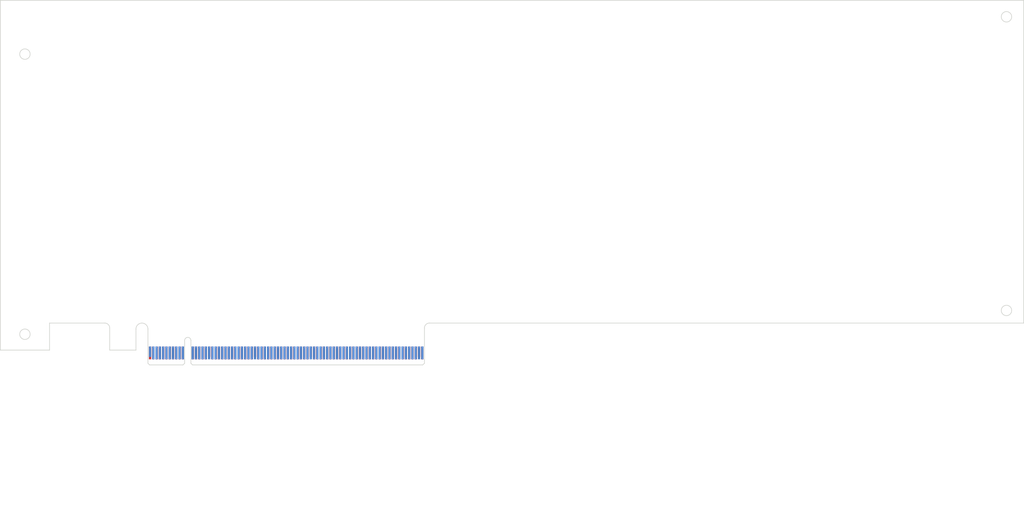
<source format=kicad_pcb>
(kicad_pcb (version 20211014) (generator pcbnew)
  (layers (0 "F.Cu" signal) (31 "B.Cu" signal) (34 "B.Paste" user) (35 "F.Paste" user) (36 "B.SilkS" user "B.Silkscreen") (37 "F.SilkS" user "F.Silkscreen") (38 "B.Mask" user) (39 "F.Mask" user) (44 "Edge.Cuts" user))
  (net 0 "")
  (net 1 "/~{PRSNT}")
  (net 2 "/+12V")
  (net 3 "GND")
  (net 4 "/JTAG_TCK")
  (net 5 "/JTAG_TDI")
  (net 6 "/JTAG_TDO")
  (net 7 "/JTAG_TMS")
  (net 8 "/+3V3")
  (net 9 "/~{PERST}")
  (net 10 "/RefClk_P")
  (net 11 "/RefClk_N")
  (net 12 "/PER0_P")
  (net 13 "/PER0_N")
  (net 14 "/SMCLK")
  (net 15 "/SMDAT")
  (net 16 "/+3V3_aux")
  (net 17 "/~{Wake}")
  (net 18 "/~{CLKREQ}")
  (net 19 "/PET0_P")
  (net 20 "/PET0_N")
  (net 22 "/PER1_P")
  (net 23 "/PER1_N")
  (net 24 "/PER2_P")
  (net 25 "/PER2_N")
  (net 26 "/PER3_P")
  (net 27 "/PER3_N")
  (net 29 "/~{JTAG_TRST}")
  (net 31 "/PET1_P")
  (net 32 "/PET1_N")
  (net 33 "/PET2_P")
  (net 34 "/PET2_N")
  (net 35 "/PET3_P")
  (net 36 "/PET3_N")
  (net 39 "/PER4_P")
  (net 40 "/PER4_N")
  (net 41 "/PER5_P")
  (net 42 "/PER5_N")
  (net 43 "/PER6_P")
  (net 44 "/PER6_N")
  (net 45 "/PER7_P")
  (net 46 "/PER7_N")
  (net 48 "/PET4_P")
  (net 49 "/PET4_N")
  (net 50 "/PET5_P")
  (net 51 "/PET5_N")
  (net 52 "/PET6_P")
  (net 53 "/PET6_N")
  (net 54 "/PET7_P")
  (net 55 "/PET7_N")
  (net 57 "/PER8_P")
  (net 58 "/PER8_N")
  (net 59 "/PER9_P")
  (net 60 "/PER9_N")
  (net 61 "/PER10_P")
  (net 62 "/PER10_N")
  (net 63 "/PER11_P")
  (net 64 "/PER11_N")
  (net 65 "/PER12_P")
  (net 66 "/PER12_N")
  (net 67 "/PER13_P")
  (net 68 "/PER13_N")
  (net 69 "/PER14_P")
  (net 70 "/PER14_N")
  (net 71 "/PER15_P")
  (net 72 "/PER15_N")
  (net 74 "/PET8_P")
  (net 75 "/PET8_N")
  (net 76 "/PET9_P")
  (net 77 "/PET9_N")
  (net 78 "/PET10_P")
  (net 79 "/PET10_N")
  (net 80 "/PET11_P")
  (net 81 "/PET11_N")
  (net 82 "/PET12_P")
  (net 83 "/PET12_N")
  (net 84 "/PET13_P")
  (net 85 "/PET13_N")
  (net 86 "/PET14_P")
  (net 87 "/PET14_N")
  (net 88 "/PET15_P")
  (net 89 "/PET15_N")
  (footprint "Connector_PCIe:PCIe_x16_GoldFinger" (layer "B.Cu") (at 109.65 198.91 180)
    (fp_text reference "P1" hide)
    (fp_text value "PCIe_x16_Goldfinger")
    (pad "A1" smd rect (at 11.5 2.355 180) (size 0.7 3.2) (layers "B.Cu" "B.Mask") (net 1 "/~{PRSNT}"))
    (pad "A2" smd rect (at 10.5 2 180) (size 0.7 3.91) (layers "B.Cu" "B.Mask") (net 2 "/+12V"))
    (pad "A3" smd rect (at 9.5 2 180) (size 0.7 3.91) (layers "B.Cu" "B.Mask") (net 2 "/+12V"))
    (pad "A4" smd rect (at 8.5 2 180) (size 0.7 3.91) (layers "B.Cu" "B.Mask") (net 3 "GND"))
    (pad "A5" smd rect (at 7.5 2 180) (size 0.7 3.91) (layers "B.Cu" "B.Mask") (net 4 "/JTAG_TCK"))
    (pad "A6" smd rect (at 6.5 2 180) (size 0.7 3.91) (layers "B.Cu" "B.Mask") (net 5 "/JTAG_TDI"))
    (pad "A7" smd rect (at 5.5 2 180) (size 0.7 3.91) (layers "B.Cu" "B.Mask") (net 6 "/JTAG_TDO"))
    (pad "A8" smd rect (at 4.5 2 180) (size 0.7 3.91) (layers "B.Cu" "B.Mask") (net 7 "/JTAG_TMS"))
    (pad "A9" smd rect (at 3.5 2 180) (size 0.7 3.91) (layers "B.Cu" "B.Mask") (net 8 "/+3V3"))
    (pad "A10" smd rect (at 2.5 2 180) (size 0.7 3.91) (layers "B.Cu" "B.Mask") (net 8 "/+3V3"))
    (pad "A11" smd rect (at 1.5 2 180) (size 0.7 3.91) (layers "B.Cu" "B.Mask") (net 9 "/~{PERST}"))
    (pad "A12" smd rect (at -1.5 2 180) (size 0.7 3.91) (layers "B.Cu" "B.Mask") (net 3 "GND"))
    (pad "A13" smd rect (at -2.5 2 180) (size 0.7 3.91) (layers "B.Cu" "B.Mask") (net 10 "/RefClk_P"))
    (pad "A14" smd rect (at -3.5 2 180) (size 0.7 3.91) (layers "B.Cu" "B.Mask") (net 11 "/RefClk_N"))
    (pad "A15" smd rect (at -4.5 2 180) (size 0.7 3.91) (layers "B.Cu" "B.Mask") (net 3 "GND"))
    (pad "A16" smd rect (at -5.5 2 180) (size 0.7 3.91) (layers "B.Cu" "B.Mask") (net 12 "/PER0_P"))
    (pad "A17" smd rect (at -6.5 2 180) (size 0.7 3.91) (layers "B.Cu" "B.Mask") (net 13 "/PER0_N"))
    (pad "A18" smd rect (at -7.5 2 180) (size 0.7 3.91) (layers "B.Cu" "B.Mask") (net 3 "GND"))
    (pad "A19" smd rect (at -8.5 2 180) (size 0.7 3.91) (layers "B.Cu" "B.Mask"))
    (pad "A20" smd rect (at -9.5 2 180) (size 0.7 3.91) (layers "B.Cu" "B.Mask") (net 3 "GND"))
    (pad "A21" smd rect (at -10.5 2 180) (size 0.7 3.91) (layers "B.Cu" "B.Mask") (net 22 "/PER1_P"))
    (pad "A22" smd rect (at -11.5 2 180) (size 0.7 3.91) (layers "B.Cu" "B.Mask") (net 23 "/PER1_N"))
    (pad "A23" smd rect (at -12.5 2 180) (size 0.7 3.91) (layers "B.Cu" "B.Mask") (net 3 "GND"))
    (pad "A24" smd rect (at -13.5 2 180) (size 0.7 3.91) (layers "B.Cu" "B.Mask") (net 3 "GND"))
    (pad "A25" smd rect (at -14.5 2 180) (size 0.7 3.91) (layers "B.Cu" "B.Mask") (net 24 "/PER2_P"))
    (pad "A26" smd rect (at -15.5 2 180) (size 0.7 3.91) (layers "B.Cu" "B.Mask") (net 25 "/PER2_N"))
    (pad "A27" smd rect (at -16.5 2 180) (size 0.7 3.91) (layers "B.Cu" "B.Mask") (net 3 "GND"))
    (pad "A28" smd rect (at -17.5 2 180) (size 0.7 3.91) (layers "B.Cu" "B.Mask") (net 3 "GND"))
    (pad "A29" smd rect (at -18.5 2 180) (size 0.7 3.91) (layers "B.Cu" "B.Mask") (net 26 "/PER3_P"))
    (pad "A30" smd rect (at -19.5 2 180) (size 0.7 3.91) (layers "B.Cu" "B.Mask") (net 27 "/PER3_N"))
    (pad "A31" smd rect (at -20.5 2 180) (size 0.7 3.91) (layers "B.Cu" "B.Mask") (net 3 "GND"))
    (pad "A32" smd rect (at -21.5 2 180) (size 0.7 3.91) (layers "B.Cu" "B.Mask"))
    (pad "A33" smd rect (at -22.5 2 180) (size 0.7 3.91) (layers "B.Cu" "B.Mask"))
    (pad "A34" smd rect (at -23.5 2 180) (size 0.7 3.91) (layers "B.Cu" "B.Mask") (net 3 "GND"))
    (pad "A35" smd rect (at -24.5 2 180) (size 0.7 3.91) (layers "B.Cu" "B.Mask") (net 39 "/PER4_P"))
    (pad "A36" smd rect (at -25.5 2 180) (size 0.7 3.91) (layers "B.Cu" "B.Mask") (net 40 "/PER4_N"))
    (pad "A37" smd rect (at -26.5 2 180) (size 0.7 3.91) (layers "B.Cu" "B.Mask") (net 3 "GND"))
    (pad "A38" smd rect (at -27.5 2 180) (size 0.7 3.91) (layers "B.Cu" "B.Mask") (net 3 "GND"))
    (pad "A39" smd rect (at -28.5 2 180) (size 0.7 3.91) (layers "B.Cu" "B.Mask") (net 41 "/PER5_P"))
    (pad "A40" smd rect (at -29.5 2 180) (size 0.7 3.91) (layers "B.Cu" "B.Mask") (net 42 "/PER5_N"))
    (pad "A41" smd rect (at -30.5 2 180) (size 0.7 3.91) (layers "B.Cu" "B.Mask") (net 3 "GND"))
    (pad "A42" smd rect (at -31.5 2 180) (size 0.7 3.91) (layers "B.Cu" "B.Mask") (net 3 "GND"))
    (pad "A43" smd rect (at -32.5 2 180) (size 0.7 3.91) (layers "B.Cu" "B.Mask") (net 43 "/PER6_P"))
    (pad "A44" smd rect (at -33.5 2 180) (size 0.7 3.91) (layers "B.Cu" "B.Mask") (net 44 "/PER6_N"))
    (pad "A45" smd rect (at -34.5 2 180) (size 0.7 3.91) (layers "B.Cu" "B.Mask") (net 3 "GND"))
    (pad "A46" smd rect (at -35.5 2 180) (size 0.7 3.91) (layers "B.Cu" "B.Mask") (net 3 "GND"))
    (pad "A47" smd rect (at -36.5 2 180) (size 0.7 3.91) (layers "B.Cu" "B.Mask") (net 45 "/PER7_P"))
    (pad "A48" smd rect (at -37.5 2 180) (size 0.7 3.91) (layers "B.Cu" "B.Mask") (net 46 "/PER7_N"))
    (pad "A49" smd rect (at -38.5 2 180) (size 0.7 3.91) (layers "B.Cu" "B.Mask") (net 3 "GND"))
    (pad "A50" smd rect (at -39.5 2 180) (size 0.7 3.91) (layers "B.Cu" "B.Mask"))
    (pad "A51" smd rect (at -40.5 2 180) (size 0.7 3.91) (layers "B.Cu" "B.Mask") (net 3 "GND"))
    (pad "A52" smd rect (at -41.5 2 180) (size 0.7 3.91) (layers "B.Cu" "B.Mask") (net 57 "/PER8_P"))
    (pad "A53" smd rect (at -42.5 2 180) (size 0.7 3.91) (layers "B.Cu" "B.Mask") (net 58 "/PER8_N"))
    (pad "A54" smd rect (at -43.5 2 180) (size 0.7 3.91) (layers "B.Cu" "B.Mask") (net 3 "GND"))
    (pad "A55" smd rect (at -44.5 2 180) (size 0.7 3.91) (layers "B.Cu" "B.Mask") (net 3 "GND"))
    (pad "A56" smd rect (at -45.5 2 180) (size 0.7 3.91) (layers "B.Cu" "B.Mask") (net 59 "/PER9_P"))
    (pad "A57" smd rect (at -46.5 2 180) (size 0.7 3.91) (layers "B.Cu" "B.Mask") (net 60 "/PER9_N"))
    (pad "A58" smd rect (at -47.5 2 180) (size 0.7 3.91) (layers "B.Cu" "B.Mask") (net 3 "GND"))
    (pad "A59" smd rect (at -48.5 2 180) (size 0.7 3.91) (layers "B.Cu" "B.Mask") (net 3 "GND"))
    (pad "A60" smd rect (at -49.5 2 180) (size 0.7 3.91) (layers "B.Cu" "B.Mask") (net 61 "/PER10_P"))
    (pad "A61" smd rect (at -50.5 2 180) (size 0.7 3.91) (layers "B.Cu" "B.Mask") (net 62 "/PER10_N"))
    (pad "A62" smd rect (at -51.5 2 180) (size 0.7 3.91) (layers "B.Cu" "B.Mask") (net 3 "GND"))
    (pad "A63" smd rect (at -52.5 2 180) (size 0.7 3.91) (layers "B.Cu" "B.Mask") (net 3 "GND"))
    (pad "A64" smd rect (at -53.5 2 180) (size 0.7 3.91) (layers "B.Cu" "B.Mask") (net 63 "/PER11_P"))
    (pad "A65" smd rect (at -54.5 2 180) (size 0.7 3.91) (layers "B.Cu" "B.Mask") (net 64 "/PER11_N"))
    (pad "A66" smd rect (at -55.5 2 180) (size 0.7 3.91) (layers "B.Cu" "B.Mask") (net 3 "GND"))
    (pad "A67" smd rect (at -56.5 2 180) (size 0.7 3.91) (layers "B.Cu" "B.Mask") (net 3 "GND"))
    (pad "A68" smd rect (at -57.5 2 180) (size 0.7 3.91) (layers "B.Cu" "B.Mask") (net 65 "/PER12_P"))
    (pad "A69" smd rect (at -58.5 2 180) (size 0.7 3.91) (layers "B.Cu" "B.Mask") (net 66 "/PER12_N"))
    (pad "A70" smd rect (at -59.5 2 180) (size 0.7 3.91) (layers "B.Cu" "B.Mask") (net 3 "GND"))
    (pad "A71" smd rect (at -60.5 2 180) (size 0.7 3.91) (layers "B.Cu" "B.Mask") (net 3 "GND"))
    (pad "A72" smd rect (at -61.5 2 180) (size 0.7 3.91) (layers "B.Cu" "B.Mask") (net 67 "/PER13_P"))
    (pad "A73" smd rect (at -62.5 2 180) (size 0.7 3.91) (layers "B.Cu" "B.Mask") (net 68 "/PER13_N"))
    (pad "A74" smd rect (at -63.5 2 180) (size 0.7 3.91) (layers "B.Cu" "B.Mask") (net 3 "GND"))
    (pad "A75" smd rect (at -64.5 2 180) (size 0.7 3.91) (layers "B.Cu" "B.Mask") (net 3 "GND"))
    (pad "A76" smd rect (at -65.5 2 180) (size 0.7 3.91) (layers "B.Cu" "B.Mask") (net 69 "/PER14_P"))
    (pad "A77" smd rect (at -66.5 2 180) (size 0.7 3.91) (layers "B.Cu" "B.Mask") (net 70 "/PER14_N"))
    (pad "A78" smd rect (at -67.5 2 180) (size 0.7 3.91) (layers "B.Cu" "B.Mask") (net 3 "GND"))
    (pad "A79" smd rect (at -68.5 2 180) (size 0.7 3.91) (layers "B.Cu" "B.Mask") (net 3 "GND"))
    (pad "A80" smd rect (at -69.5 2 180) (size 0.7 3.91) (layers "B.Cu" "B.Mask") (net 71 "/PER15_P"))
    (pad "A81" smd rect (at -70.5 2 180) (size 0.7 3.91) (layers "B.Cu" "B.Mask") (net 72 "/PER15_N"))
    (pad "A82" smd rect (at -71.5 2 180) (size 0.7 3.91) (layers "B.Cu" "B.Mask") (net 3 "GND"))
    (pad "B1" smd rect (at 11.5 2 180) (size 0.7 3.91) (layers "F.Cu" "F.Mask") (net 2 "/+12V"))
    (pad "B2" smd rect (at 10.5 2 180) (size 0.7 3.91) (layers "F.Cu" "F.Mask") (net 2 "/+12V"))
    (pad "B3" smd rect (at 9.5 2 180) (size 0.7 3.91) (layers "F.Cu" "F.Mask") (net 2 "/+12V"))
    (pad "B4" smd rect (at 8.5 2 180) (size 0.7 3.91) (layers "F.Cu" "F.Mask") (net 3 "GND"))
    (pad "B5" smd rect (at 7.5 2 180) (size 0.7 3.91) (layers "F.Cu" "F.Mask") (net 14 "/SMCLK"))
    (pad "B6" smd rect (at 6.5 2 180) (size 0.7 3.91) (layers "F.Cu" "F.Mask") (net 15 "/SMDAT"))
    (pad "B7" smd rect (at 5.5 2 180) (size 0.7 3.91) (layers "F.Cu" "F.Mask") (net 3 "GND"))
    (pad "B8" smd rect (at 4.5 2 180) (size 0.7 3.91) (layers "F.Cu" "F.Mask") (net 8 "/+3V3"))
    (pad "B9" smd rect (at 3.5 2 180) (size 0.7 3.91) (layers "F.Cu" "F.Mask") (net 29 "/~{JTAG_TRST}"))
    (pad "B10" smd rect (at 2.5 2 180) (size 0.7 3.91) (layers "F.Cu" "F.Mask") (net 16 "/+3V3_aux"))
    (pad "B11" smd rect (at 1.5 2 180) (size 0.7 3.91) (layers "F.Cu" "F.Mask") (net 17 "/~{Wake}"))
    (pad "B12" smd rect (at -1.5 2 180) (size 0.7 3.91) (layers "F.Cu" "F.Mask") (net 18 "/~{CLKREQ}"))
    (pad "B13" smd rect (at -2.5 2 180) (size 0.7 3.91) (layers "F.Cu" "F.Mask") (net 3 "GND"))
    (pad "B14" smd rect (at -3.5 2 180) (size 0.7 3.91) (layers "F.Cu" "F.Mask") (net 19 "/PET0_P"))
    (pad "B15" smd rect (at -4.5 2 180) (size 0.7 3.91) (layers "F.Cu" "F.Mask") (net 20 "/PET0_N"))
    (pad "B16" smd rect (at -5.5 2 180) (size 0.7 3.91) (layers "F.Cu" "F.Mask") (net 3 "GND"))
    (pad "B17" smd rect (at -6.5 2.355 180) (size 0.7 3.2) (layers "F.Cu" "F.Mask"))
    (pad "B18" smd rect (at -7.5 2 180) (size 0.7 3.91) (layers "F.Cu" "F.Mask") (net 3 "GND"))
    (pad "B19" smd rect (at -8.5 2 180) (size 0.7 3.91) (layers "F.Cu" "F.Mask") (net 31 "/PET1_P"))
    (pad "B20" smd rect (at -9.5 2 180) (size 0.7 3.91) (layers "F.Cu" "F.Mask") (net 32 "/PET1_N"))
    (pad "B21" smd rect (at -10.5 2 180) (size 0.7 3.91) (layers "F.Cu" "F.Mask") (net 3 "GND"))
    (pad "B22" smd rect (at -11.5 2 180) (size 0.7 3.91) (layers "F.Cu" "F.Mask") (net 3 "GND"))
    (pad "B23" smd rect (at -12.5 2 180) (size 0.7 3.91) (layers "F.Cu" "F.Mask") (net 33 "/PET2_P"))
    (pad "B24" smd rect (at -13.5 2 180) (size 0.7 3.91) (layers "F.Cu" "F.Mask") (net 34 "/PET2_N"))
    (pad "B25" smd rect (at -14.5 2 180) (size 0.7 3.91) (layers "F.Cu" "F.Mask") (net 3 "GND"))
    (pad "B26" smd rect (at -15.5 2 180) (size 0.7 3.91) (layers "F.Cu" "F.Mask") (net 3 "GND"))
    (pad "B27" smd rect (at -16.5 2 180) (size 0.7 3.91) (layers "F.Cu" "F.Mask") (net 35 "/PET3_P"))
    (pad "B28" smd rect (at -17.5 2 180) (size 0.7 3.91) (layers "F.Cu" "F.Mask") (net 36 "/PET3_N"))
    (pad "B29" smd rect (at -18.5 2 180) (size 0.7 3.91) (layers "F.Cu" "F.Mask") (net 3 "GND"))
    (pad "B30" smd rect (at -19.5 2 180) (size 0.7 3.91) (layers "F.Cu" "F.Mask"))
    (pad "B31" smd rect (at -20.5 2.355 180) (size 0.7 3.2) (layers "F.Cu" "F.Mask"))
    (pad "B32" smd rect (at -21.5 2 180) (size 0.7 3.91) (layers "F.Cu" "F.Mask") (net 3 "GND"))
    (pad "B33" smd rect (at -22.5 2 180) (size 0.7 3.91) (layers "F.Cu" "F.Mask") (net 48 "/PET4_P"))
    (pad "B34" smd rect (at -23.5 2 180) (size 0.7 3.91) (layers "F.Cu" "F.Mask") (net 49 "/PET4_N"))
    (pad "B35" smd rect (at -24.5 2 180) (size 0.7 3.91) (layers "F.Cu" "F.Mask") (net 3 "GND"))
    (pad "B36" smd rect (at -25.5 2 180) (size 0.7 3.91) (layers "F.Cu" "F.Mask") (net 3 "GND"))
    (pad "B37" smd rect (at -26.5 2 180) (size 0.7 3.91) (layers "F.Cu" "F.Mask") (net 50 "/PET5_P"))
    (pad "B38" smd rect (at -27.5 2 180) (size 0.7 3.91) (layers "F.Cu" "F.Mask") (net 51 "/PET5_N"))
    (pad "B39" smd rect (at -28.5 2 180) (size 0.7 3.91) (layers "F.Cu" "F.Mask") (net 3 "GND"))
    (pad "B40" smd rect (at -29.5 2 180) (size 0.7 3.91) (layers "F.Cu" "F.Mask") (net 3 "GND"))
    (pad "B41" smd rect (at -30.5 2 180) (size 0.7 3.91) (layers "F.Cu" "F.Mask") (net 52 "/PET6_P"))
    (pad "B42" smd rect (at -31.5 2 180) (size 0.7 3.91) (layers "F.Cu" "F.Mask") (net 53 "/PET6_N"))
    (pad "B43" smd rect (at -32.5 2 180) (size 0.7 3.91) (layers "F.Cu" "F.Mask") (net 3 "GND"))
    (pad "B44" smd rect (at -33.5 2 180) (size 0.7 3.91) (layers "F.Cu" "F.Mask") (net 3 "GND"))
    (pad "B45" smd rect (at -34.5 2 180) (size 0.7 3.91) (layers "F.Cu" "F.Mask") (net 54 "/PET7_P"))
    (pad "B46" smd rect (at -35.5 2 180) (size 0.7 3.91) (layers "F.Cu" "F.Mask") (net 55 "/PET7_N"))
    (pad "B47" smd rect (at -36.5 2 180) (size 0.7 3.91) (layers "F.Cu" "F.Mask") (net 3 "GND"))
    (pad "B48" smd rect (at -37.5 2.355 180) (size 0.7 3.2) (layers "F.Cu" "F.Mask"))
    (pad "B49" smd rect (at -38.5 2 180) (size 0.7 3.91) (layers "F.Cu" "F.Mask") (net 3 "GND"))
    (pad "B50" smd rect (at -39.5 2 180) (size 0.7 3.91) (layers "F.Cu" "F.Mask") (net 74 "/PET8_P"))
    (pad "B51" smd rect (at -40.5 2 180) (size 0.7 3.91) (layers "F.Cu" "F.Mask") (net 75 "/PET8_N"))
    (pad "B52" smd rect (at -41.5 2 180) (size 0.7 3.91) (layers "F.Cu" "F.Mask") (net 3 "GND"))
    (pad "B53" smd rect (at -42.5 2 180) (size 0.7 3.91) (layers "F.Cu" "F.Mask") (net 3 "GND"))
    (pad "B54" smd rect (at -43.5 2 180) (size 0.7 3.91) (layers "F.Cu" "F.Mask") (net 76 "/PET9_P"))
    (pad "B55" smd rect (at -44.5 2 180) (size 0.7 3.91) (layers "F.Cu" "F.Mask") (net 77 "/PET9_N"))
    (pad "B56" smd rect (at -45.5 2 180) (size 0.7 3.91) (layers "F.Cu" "F.Mask") (net 3 "GND"))
    (pad "B57" smd rect (at -46.5 2 180) (size 0.7 3.91) (layers "F.Cu" "F.Mask") (net 3 "GND"))
    (pad "B58" smd rect (at -47.5 2 180) (size 0.7 3.91) (layers "F.Cu" "F.Mask") (net 78 "/PET10_P"))
    (pad "B59" smd rect (at -48.5 2 180) (size 0.7 3.91) (layers "F.Cu" "F.Mask") (net 79 "/PET10_N"))
    (pad "B60" smd rect (at -49.5 2 180) (size 0.7 3.91) (layers "F.Cu" "F.Mask") (net 3 "GND"))
    (pad "B61" smd rect (at -50.5 2 180) (size 0.7 3.91) (layers "F.Cu" "F.Mask") (net 3 "GND"))
    (pad "B62" smd rect (at -51.5 2 180) (size 0.7 3.91) (layers "F.Cu" "F.Mask") (net 80 "/PET11_P"))
    (pad "B63" smd rect (at -52.5 2 180) (size 0.7 3.91) (layers "F.Cu" "F.Mask") (net 81 "/PET11_N"))
    (pad "B64" smd rect (at -53.5 2 180) (size 0.7 3.91) (layers "F.Cu" "F.Mask") (net 3 "GND"))
    (pad "B65" smd rect (at -54.5 2 180) (size 0.7 3.91) (layers "F.Cu" "F.Mask") (net 3 "GND"))
    (pad "B66" smd rect (at -55.5 2 180) (size 0.7 3.91) (layers "F.Cu" "F.Mask") (net 82 "/PET12_P"))
    (pad "B67" smd rect (at -56.5 2 180) (size 0.7 3.91) (layers "F.Cu" "F.Mask") (net 83 "/PET12_N"))
    (pad "B68" smd rect (at -57.5 2 180) (size 0.7 3.91) (layers "F.Cu" "F.Mask") (net 3 "GND"))
    (pad "B69" smd rect (at -58.5 2 180) (size 0.7 3.91) (layers "F.Cu" "F.Mask") (net 3 "GND"))
    (pad "B70" smd rect (at -59.5 2 180) (size 0.7 3.91) (layers "F.Cu" "F.Mask") (net 84 "/PET13_P"))
    (pad "B71" smd rect (at -60.5 2 180) (size 0.7 3.91) (layers "F.Cu" "F.Mask") (net 85 "/PET13_N"))
    (pad "B72" smd rect (at -61.5 2 180) (size 0.7 3.91) (layers "F.Cu" "F.Mask") (net 3 "GND"))
    (pad "B73" smd rect (at -62.5 2 180) (size 0.7 3.91) (layers "F.Cu" "F.Mask") (net 3 "GND"))
    (pad "B74" smd rect (at -63.5 2 180) (size 0.7 3.91) (layers "F.Cu" "F.Mask") (net 86 "/PET14_P"))
    (pad "B75" smd rect (at -64.5 2 180) (size 0.7 3.91) (layers "F.Cu" "F.Mask") (net 87 "/PET14_N"))
    (pad "B76" smd rect (at -65.5 2 180) (size 0.7 3.91) (layers "F.Cu" "F.Mask") (net 3 "GND"))
    (pad "B77" smd rect (at -66.5 2 180) (size 0.7 3.91) (layers "F.Cu" "F.Mask") (net 3 "GND"))
    (pad "B78" smd rect (at -67.5 2 180) (size 0.7 3.91) (layers "F.Cu" "F.Mask") (net 88 "/PET15_P"))
    (pad "B79" smd rect (at -68.5 2 180) (size 0.7 3.91) (layers "F.Cu" "F.Mask") (net 89 "/PET15_N"))
    (pad "B80" smd rect (at -69.5 2 180) (size 0.7 3.91) (layers "F.Cu" "F.Mask") (net 3 "GND"))
    (pad "B81" smd rect (at -70.5 2.355 180) (size 0.7 3.2) (layers "F.Cu" "F.Mask") (net 1 "/~{PRSNT}"))
    (pad "B82" smd rect (at -71.5 2 180) (size 0.7 3.91) (layers "F.Cu" "F.Mask"))
  )
  (gr_line locked (start 181.8 200.075) (end 181.8 189.325) (layer "Edge.Cuts") (width 0.2))
  (gr_line locked (start 111.1 200.575) (end 181.3 200.575) (layer "Edge.Cuts") (width 0.2))
  (gr_circle locked (center 60 191.225) (end 61.59 191.225) (layer "Edge.Cuts") (width 0.2) (fill none))
  (gr_line locked (start 108.7 200.075) (end 108.7 193.125) (layer "Edge.Cuts") (width 0.2))
  (gr_arc locked (start 93.85 189.65) (mid 95.675 187.825) (end 97.5 189.65) (layer "Edge.Cuts") (width 0.2))
  (gr_circle locked (center 60 105.825) (end 61.59 105.825) (layer "Edge.Cuts") (width 0.2) (fill none))
  (gr_line locked (start 67.5 187.825) (end 84.35 187.825) (layer "Edge.Cuts") (width 0.2))
  (gr_line locked (start 85.85 196.075) (end 93.85 196.075) (layer "Edge.Cuts") (width 0.2))
  (gr_circle locked (center 359.25 94.445) (end 360.84 94.445) (layer "Edge.Cuts") (width 0.2) (fill none))
  (gr_line locked (start 93.85 196.075) (end 93.85 189.65) (layer "Edge.Cuts") (width 0.2))
  (gr_line locked (start 181.3 200.575) (end 181.8 200.075) (layer "Edge.Cuts") (width 0.2))
  (gr_line locked (start 110.6 200.075) (end 110.6 193.125) (layer "Edge.Cuts") (width 0.2))
  (gr_line locked (start 97.5 200.075) (end 98 200.575) (layer "Edge.Cuts") (width 0.2))
  (gr_line locked (start 364.5 89.425) (end 52.5 89.425) (layer "Edge.Cuts") (width 0.2))
  (gr_circle locked (center 359.25 183.975) (end 360.84 183.975) (layer "Edge.Cuts") (width 0.2) (fill none))
  (gr_line locked (start 183.3 187.825) (end 364.5 187.825) (layer "Edge.Cuts") (width 0.2))
  (gr_line locked (start 97.5 189.65) (end 97.5 200.075) (layer "Edge.Cuts") (width 0.2))
  (gr_line locked (start 85.85 189.325) (end 85.85 196.075) (layer "Edge.Cuts") (width 0.2))
  (gr_line locked (start 108.2 200.575) (end 108.7 200.075) (layer "Edge.Cuts") (width 0.2))
  (gr_line locked (start 67.5 196.075) (end 52.5 196.075) (layer "Edge.Cuts") (width 0.2))
  (gr_line locked (start 98 200.575) (end 108.2 200.575) (layer "Edge.Cuts") (width 0.2))
  (gr_arc locked (start 108.7 193.125) (mid 109.65 192.175) (end 110.6 193.125) (layer "Edge.Cuts") (width 0.2))
  (gr_line locked (start 67.5 187.825) (end 67.5 196.075) (layer "Edge.Cuts") (width 0.2))
  (gr_arc locked (start 181.8 189.325) (mid 182.23934 188.26434) (end 183.3 187.825) (layer "Edge.Cuts") (width 0.2))
  (gr_arc locked (start 84.35 187.825) (mid 85.41066 188.26434) (end 85.85 189.325) (layer "Edge.Cuts") (width 0.2))
  (gr_line locked (start 110.6 200.075) (end 111.1 200.575) (layer "Edge.Cuts") (width 0.2))
  (gr_line locked (start 364.5 187.825) (end 364.5 89.425) (layer "Edge.Cuts") (width 0.2))
  (gr_line locked (start 52.5 89.425) (end 52.5 196.075) (layer "Edge.Cuts") (width 0.2))
)
</source>
